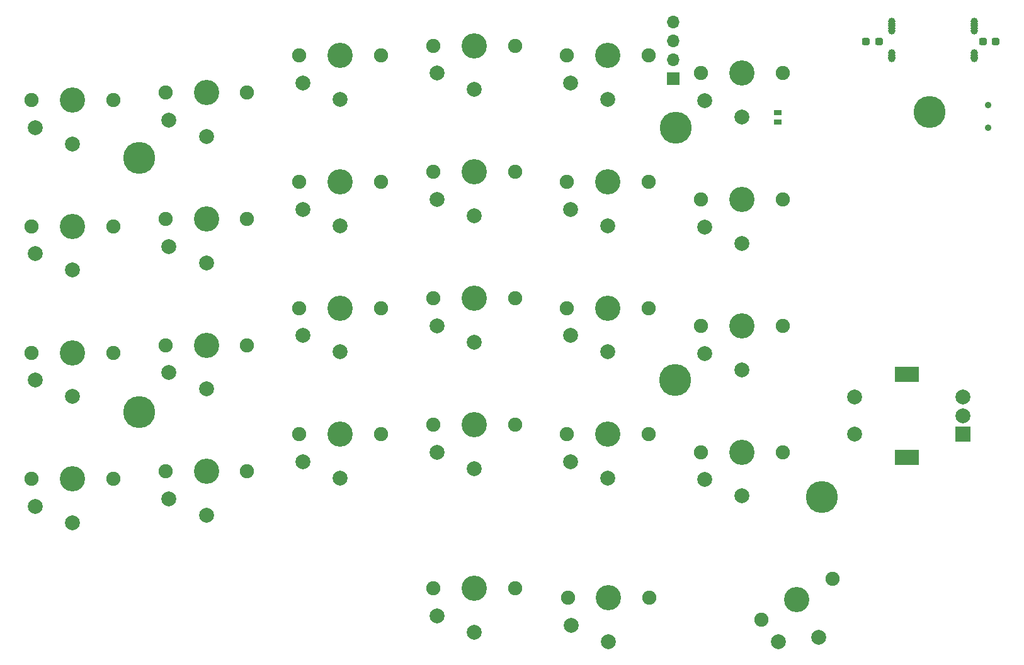
<source format=gts>
G04 #@! TF.GenerationSoftware,KiCad,Pcbnew,(5.99.0-8557-g8988e46ab1)*
G04 #@! TF.CreationDate,2021-02-20T09:48:14-07:00*
G04 #@! TF.ProjectId,BlueSof,426c7565-536f-4662-9e6b-696361645f70,rev?*
G04 #@! TF.SameCoordinates,PX85099e0PY51bada0*
G04 #@! TF.FileFunction,Soldermask,Top*
G04 #@! TF.FilePolarity,Negative*
%FSLAX46Y46*%
G04 Gerber Fmt 4.6, Leading zero omitted, Abs format (unit mm)*
G04 Created by KiCad (PCBNEW (5.99.0-8557-g8988e46ab1)) date 2021-02-20 09:48:14*
%MOMM*%
%LPD*%
G01*
G04 APERTURE LIST*
G04 Aperture macros list*
%AMRoundRect*
0 Rectangle with rounded corners*
0 $1 Rounding radius*
0 $2 $3 $4 $5 $6 $7 $8 $9 X,Y pos of 4 corners*
0 Add a 4 corners polygon primitive as box body*
4,1,4,$2,$3,$4,$5,$6,$7,$8,$9,$2,$3,0*
0 Add four circle primitives for the rounded corners*
1,1,$1+$1,$2,$3*
1,1,$1+$1,$4,$5*
1,1,$1+$1,$6,$7*
1,1,$1+$1,$8,$9*
0 Add four rect primitives between the rounded corners*
20,1,$1+$1,$2,$3,$4,$5,0*
20,1,$1+$1,$4,$5,$6,$7,0*
20,1,$1+$1,$6,$7,$8,$9,0*
20,1,$1+$1,$8,$9,$2,$3,0*%
G04 Aperture macros list end*
%ADD10C,1.900000*%
%ADD11C,3.400000*%
%ADD12C,2.000000*%
%ADD13R,1.700000X1.700000*%
%ADD14O,1.700000X1.700000*%
%ADD15RoundRect,0.237500X-0.287500X-0.237500X0.287500X-0.237500X0.287500X0.237500X-0.287500X0.237500X0*%
%ADD16R,2.000000X2.000000*%
%ADD17R,3.200000X2.000000*%
%ADD18C,1.000000*%
%ADD19R,1.000000X0.650000*%
%ADD20C,4.300000*%
%ADD21C,0.900000*%
G04 APERTURE END LIST*
D10*
X39873000Y31600000D03*
X50873000Y31600000D03*
D11*
X45373000Y31600000D03*
D12*
X40373000Y27900000D03*
X45373000Y25700000D03*
D10*
X21873000Y34000000D03*
D11*
X27373000Y34000000D03*
D10*
X32873000Y34000000D03*
D12*
X22373000Y30300000D03*
X27373000Y28100000D03*
D10*
X-3127000Y34000000D03*
D11*
X-8627000Y34000000D03*
D10*
X-14127000Y34000000D03*
D12*
X-13627000Y30300000D03*
X-8627000Y28100000D03*
D10*
X-21127000Y29000000D03*
D11*
X-26627000Y29000000D03*
D10*
X-32127000Y29000000D03*
D12*
X-31627000Y25300000D03*
X-26627000Y23100000D03*
D10*
X-50127000Y28000000D03*
D11*
X-44627000Y28000000D03*
D10*
X-39127000Y28000000D03*
D12*
X-49627000Y24300000D03*
X-44627000Y22100000D03*
D11*
X45373000Y14600000D03*
D10*
X39873000Y14600000D03*
X50873000Y14600000D03*
D12*
X40373000Y10900000D03*
X45373000Y8700000D03*
D11*
X27373000Y17000000D03*
D10*
X32873000Y17000000D03*
X21873000Y17000000D03*
D12*
X22373000Y13300000D03*
X27373000Y11100000D03*
D10*
X14873000Y18300000D03*
D11*
X9373000Y18300000D03*
D10*
X3873000Y18300000D03*
D12*
X4373000Y14600000D03*
X9373000Y12400000D03*
D11*
X-8627000Y17000000D03*
D10*
X-14127000Y17000000D03*
X-3127000Y17000000D03*
D12*
X-13627000Y13300000D03*
X-8627000Y11100000D03*
D10*
X-39127000Y11000000D03*
D11*
X-44627000Y11000000D03*
D10*
X-50127000Y11000000D03*
D12*
X-49627000Y7300000D03*
X-44627000Y5100000D03*
D10*
X21873000Y0D03*
X32873000Y0D03*
D11*
X27373000Y0D03*
D12*
X22373000Y-3700000D03*
X27373000Y-5900000D03*
D11*
X9373000Y1300000D03*
D10*
X3873000Y1300000D03*
X14873000Y1300000D03*
D12*
X4373000Y-2400000D03*
X9373000Y-4600000D03*
D10*
X-3127000Y0D03*
X-14127000Y0D03*
D11*
X-8627000Y0D03*
D12*
X-13627000Y-3700000D03*
X-8627000Y-5900000D03*
D10*
X-21127000Y-5000000D03*
D11*
X-26627000Y-5000000D03*
D10*
X-32127000Y-5000000D03*
D12*
X-31627000Y-8700000D03*
X-26627000Y-10900000D03*
D10*
X39873000Y-19400000D03*
X50873000Y-19400000D03*
D11*
X45373000Y-19400000D03*
D12*
X40373000Y-23100000D03*
X45373000Y-25300000D03*
D10*
X3873000Y-15700000D03*
D11*
X9373000Y-15700000D03*
D10*
X14873000Y-15700000D03*
D12*
X4373000Y-19400000D03*
X9373000Y-21600000D03*
D11*
X-8627000Y-17000000D03*
D10*
X-14127000Y-17000000D03*
X-3127000Y-17000000D03*
D12*
X-13627000Y-20700000D03*
X-8627000Y-22900000D03*
D10*
X-21127000Y-22000000D03*
D11*
X-26627000Y-22000000D03*
D10*
X-32127000Y-22000000D03*
D12*
X-31627000Y-25700000D03*
X-26627000Y-27900000D03*
D10*
X-39127000Y-23000000D03*
X-50127000Y-23000000D03*
D11*
X-44627000Y-23000000D03*
D12*
X-49627000Y-26700000D03*
X-44627000Y-28900000D03*
D10*
X39873000Y-2400000D03*
D11*
X45373000Y-2400000D03*
D10*
X50873000Y-2400000D03*
D12*
X40373000Y-6100000D03*
X45373000Y-8300000D03*
D11*
X-26627000Y12000000D03*
D10*
X-32127000Y12000000D03*
X-21127000Y12000000D03*
D12*
X-31627000Y8300000D03*
X-26627000Y6100000D03*
D10*
X-39127000Y-6000000D03*
X-50127000Y-6000000D03*
D11*
X-44627000Y-6000000D03*
D12*
X-49627000Y-9700000D03*
X-44627000Y-11900000D03*
D10*
X3873000Y-37700000D03*
D11*
X9373000Y-37700000D03*
D10*
X14873000Y-37700000D03*
D12*
X4373000Y-41400000D03*
X9373000Y-43600000D03*
D10*
X3873000Y35300000D03*
D11*
X9373000Y35300000D03*
D10*
X14873000Y35300000D03*
D12*
X4373000Y31600000D03*
X9373000Y29400000D03*
D10*
X32873000Y-17000000D03*
X21873000Y-17000000D03*
D11*
X27373000Y-17000000D03*
D12*
X22373000Y-20700000D03*
X27373000Y-22900000D03*
D13*
X36173000Y30900000D03*
D14*
X36173000Y33440000D03*
X36173000Y35980000D03*
X36173000Y38520000D03*
D15*
X77773000Y35875000D03*
X79523000Y35875000D03*
D10*
X57536140Y-36450000D03*
X48009860Y-41950000D03*
D11*
X52773000Y-39200000D03*
D12*
X50292873Y-44904294D03*
X55723000Y-44309550D03*
D15*
X62073000Y35900000D03*
X63823000Y35900000D03*
D16*
X75073000Y-17000000D03*
D12*
X75073000Y-12000000D03*
X75073000Y-14500000D03*
D17*
X67573000Y-20100000D03*
X67573000Y-8900000D03*
D12*
X60573000Y-12000000D03*
X60573000Y-17000000D03*
D10*
X32973000Y-39000000D03*
D11*
X27473000Y-39000000D03*
D10*
X21973000Y-39000000D03*
D12*
X22473000Y-42700000D03*
X27473000Y-44900000D03*
D18*
X65497700Y37319900D03*
X76648300Y37332600D03*
X65497400Y34306000D03*
X76648300Y33789300D03*
X76648000Y33544000D03*
X65498000Y38539100D03*
X76648300Y37967600D03*
X65497400Y34043300D03*
X76648000Y34306000D03*
X65497700Y38259700D03*
X65497700Y33789300D03*
X76648600Y38551800D03*
X65497400Y33544000D03*
X76648300Y38272400D03*
X76648000Y34043300D03*
X76648300Y37624700D03*
X65497700Y37954900D03*
X65497700Y37612000D03*
D19*
X50171045Y25032000D03*
X50171045Y26302000D03*
D20*
X-35627000Y20175000D03*
X70648000Y26400000D03*
X36473000Y24275000D03*
X36373000Y-9725000D03*
X56148000Y-25400000D03*
X-35627000Y-14025000D03*
D21*
X78498000Y24300000D03*
X78498000Y27300000D03*
M02*

</source>
